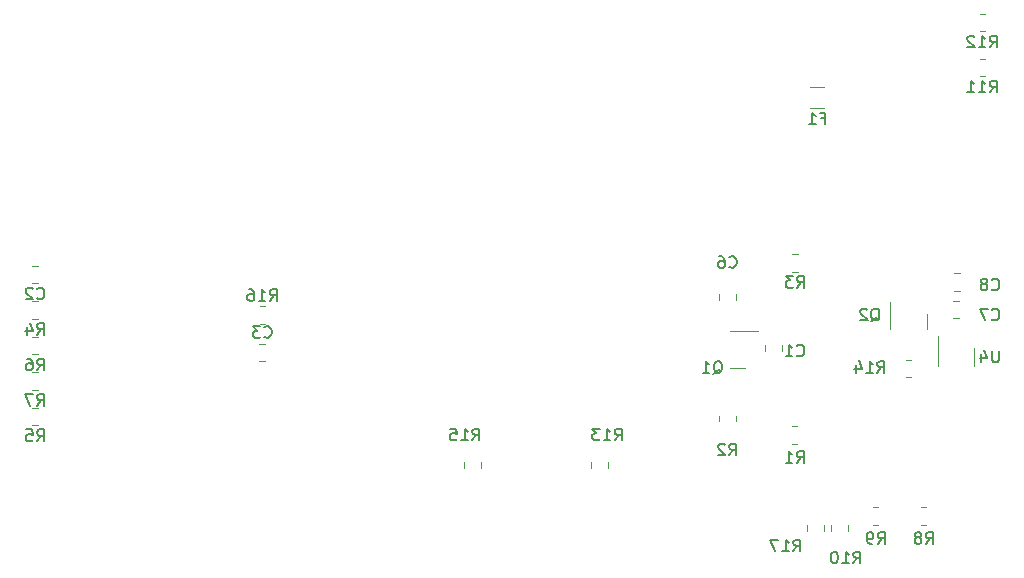
<source format=gbr>
G04 #@! TF.GenerationSoftware,KiCad,Pcbnew,6.0.7+dfsg-1~bpo11+1*
G04 #@! TF.ProjectId,wiscale-mod,77697363-616c-4652-9d6d-6f642e6b6963,rev?*
G04 #@! TF.SameCoordinates,Original*
G04 #@! TF.FileFunction,Legend,Bot*
G04 #@! TF.FilePolarity,Positive*
%FSLAX46Y46*%
G04 Gerber Fmt 4.6, Leading zero omitted, Abs format (unit mm)*
%MOMM*%
%LPD*%
G01*
G04 APERTURE LIST*
%ADD10C,0.150000*%
%ADD11C,0.120000*%
%ADD12R,2.000000X2.000000*%
%ADD13C,2.000000*%
%ADD14O,1.700000X1.950000*%
%ADD15R,2.400000X2.400000*%
%ADD16C,2.400000*%
%ADD17R,1.600000X1.600000*%
%ADD18C,1.600000*%
%ADD19C,7.000000*%
%ADD20C,0.800000*%
%ADD21C,1.500000*%
%ADD22O,1.950000X1.700000*%
%ADD23C,3.200000*%
%ADD24O,3.440000X6.880000*%
%ADD25O,1.600000X2.000000*%
G04 APERTURE END LIST*
D10*
X114916666Y-103189142D02*
X114964285Y-103236761D01*
X115107142Y-103284380D01*
X115202380Y-103284380D01*
X115345238Y-103236761D01*
X115440476Y-103141523D01*
X115488095Y-103046285D01*
X115535714Y-102855809D01*
X115535714Y-102712952D01*
X115488095Y-102522476D01*
X115440476Y-102427238D01*
X115345238Y-102332000D01*
X115202380Y-102284380D01*
X115107142Y-102284380D01*
X114964285Y-102332000D01*
X114916666Y-102379619D01*
X114535714Y-102379619D02*
X114488095Y-102332000D01*
X114392857Y-102284380D01*
X114154761Y-102284380D01*
X114059523Y-102332000D01*
X114011904Y-102379619D01*
X113964285Y-102474857D01*
X113964285Y-102570095D01*
X114011904Y-102712952D01*
X114583333Y-103284380D01*
X113964285Y-103284380D01*
X195587857Y-81947380D02*
X195921190Y-81471190D01*
X196159285Y-81947380D02*
X196159285Y-80947380D01*
X195778333Y-80947380D01*
X195683095Y-80995000D01*
X195635476Y-81042619D01*
X195587857Y-81137857D01*
X195587857Y-81280714D01*
X195635476Y-81375952D01*
X195683095Y-81423571D01*
X195778333Y-81471190D01*
X196159285Y-81471190D01*
X194635476Y-81947380D02*
X195206904Y-81947380D01*
X194921190Y-81947380D02*
X194921190Y-80947380D01*
X195016428Y-81090238D01*
X195111666Y-81185476D01*
X195206904Y-81233095D01*
X194254523Y-81042619D02*
X194206904Y-80995000D01*
X194111666Y-80947380D01*
X193873571Y-80947380D01*
X193778333Y-80995000D01*
X193730714Y-81042619D01*
X193683095Y-81137857D01*
X193683095Y-81233095D01*
X193730714Y-81375952D01*
X194302142Y-81947380D01*
X193683095Y-81947380D01*
X195746666Y-102427142D02*
X195794285Y-102474761D01*
X195937142Y-102522380D01*
X196032380Y-102522380D01*
X196175238Y-102474761D01*
X196270476Y-102379523D01*
X196318095Y-102284285D01*
X196365714Y-102093809D01*
X196365714Y-101950952D01*
X196318095Y-101760476D01*
X196270476Y-101665238D01*
X196175238Y-101570000D01*
X196032380Y-101522380D01*
X195937142Y-101522380D01*
X195794285Y-101570000D01*
X195746666Y-101617619D01*
X195175238Y-101950952D02*
X195270476Y-101903333D01*
X195318095Y-101855714D01*
X195365714Y-101760476D01*
X195365714Y-101712857D01*
X195318095Y-101617619D01*
X195270476Y-101570000D01*
X195175238Y-101522380D01*
X194984761Y-101522380D01*
X194889523Y-101570000D01*
X194841904Y-101617619D01*
X194794285Y-101712857D01*
X194794285Y-101760476D01*
X194841904Y-101855714D01*
X194889523Y-101903333D01*
X194984761Y-101950952D01*
X195175238Y-101950952D01*
X195270476Y-101998571D01*
X195318095Y-102046190D01*
X195365714Y-102141428D01*
X195365714Y-102331904D01*
X195318095Y-102427142D01*
X195270476Y-102474761D01*
X195175238Y-102522380D01*
X194984761Y-102522380D01*
X194889523Y-102474761D01*
X194841904Y-102427142D01*
X194794285Y-102331904D01*
X194794285Y-102141428D01*
X194841904Y-102046190D01*
X194889523Y-101998571D01*
X194984761Y-101950952D01*
X179236666Y-117127380D02*
X179570000Y-116651190D01*
X179808095Y-117127380D02*
X179808095Y-116127380D01*
X179427142Y-116127380D01*
X179331904Y-116175000D01*
X179284285Y-116222619D01*
X179236666Y-116317857D01*
X179236666Y-116460714D01*
X179284285Y-116555952D01*
X179331904Y-116603571D01*
X179427142Y-116651190D01*
X179808095Y-116651190D01*
X178284285Y-117127380D02*
X178855714Y-117127380D01*
X178570000Y-117127380D02*
X178570000Y-116127380D01*
X178665238Y-116270238D01*
X178760476Y-116365476D01*
X178855714Y-116413095D01*
X186094666Y-123985380D02*
X186428000Y-123509190D01*
X186666095Y-123985380D02*
X186666095Y-122985380D01*
X186285142Y-122985380D01*
X186189904Y-123033000D01*
X186142285Y-123080619D01*
X186094666Y-123175857D01*
X186094666Y-123318714D01*
X186142285Y-123413952D01*
X186189904Y-123461571D01*
X186285142Y-123509190D01*
X186666095Y-123509190D01*
X185618476Y-123985380D02*
X185428000Y-123985380D01*
X185332761Y-123937761D01*
X185285142Y-123890142D01*
X185189904Y-123747285D01*
X185142285Y-123556809D01*
X185142285Y-123175857D01*
X185189904Y-123080619D01*
X185237523Y-123033000D01*
X185332761Y-122985380D01*
X185523238Y-122985380D01*
X185618476Y-123033000D01*
X185666095Y-123080619D01*
X185713714Y-123175857D01*
X185713714Y-123413952D01*
X185666095Y-123509190D01*
X185618476Y-123556809D01*
X185523238Y-123604428D01*
X185332761Y-123604428D01*
X185237523Y-123556809D01*
X185189904Y-123509190D01*
X185142285Y-123413952D01*
X173521666Y-116492380D02*
X173855000Y-116016190D01*
X174093095Y-116492380D02*
X174093095Y-115492380D01*
X173712142Y-115492380D01*
X173616904Y-115540000D01*
X173569285Y-115587619D01*
X173521666Y-115682857D01*
X173521666Y-115825714D01*
X173569285Y-115920952D01*
X173616904Y-115968571D01*
X173712142Y-116016190D01*
X174093095Y-116016190D01*
X173140714Y-115587619D02*
X173093095Y-115540000D01*
X172997857Y-115492380D01*
X172759761Y-115492380D01*
X172664523Y-115540000D01*
X172616904Y-115587619D01*
X172569285Y-115682857D01*
X172569285Y-115778095D01*
X172616904Y-115920952D01*
X173188333Y-116492380D01*
X172569285Y-116492380D01*
X179266666Y-102302380D02*
X179600000Y-101826190D01*
X179838095Y-102302380D02*
X179838095Y-101302380D01*
X179457142Y-101302380D01*
X179361904Y-101350000D01*
X179314285Y-101397619D01*
X179266666Y-101492857D01*
X179266666Y-101635714D01*
X179314285Y-101730952D01*
X179361904Y-101778571D01*
X179457142Y-101826190D01*
X179838095Y-101826190D01*
X178933333Y-101302380D02*
X178314285Y-101302380D01*
X178647619Y-101683333D01*
X178504761Y-101683333D01*
X178409523Y-101730952D01*
X178361904Y-101778571D01*
X178314285Y-101873809D01*
X178314285Y-102111904D01*
X178361904Y-102207142D01*
X178409523Y-102254761D01*
X178504761Y-102302380D01*
X178790476Y-102302380D01*
X178885714Y-102254761D01*
X178933333Y-102207142D01*
X196341904Y-107618380D02*
X196341904Y-108427904D01*
X196294285Y-108523142D01*
X196246666Y-108570761D01*
X196151428Y-108618380D01*
X195960952Y-108618380D01*
X195865714Y-108570761D01*
X195818095Y-108523142D01*
X195770476Y-108427904D01*
X195770476Y-107618380D01*
X194865714Y-107951714D02*
X194865714Y-108618380D01*
X195103809Y-107570761D02*
X195341904Y-108285047D01*
X194722857Y-108285047D01*
X134627857Y-103412380D02*
X134961190Y-102936190D01*
X135199285Y-103412380D02*
X135199285Y-102412380D01*
X134818333Y-102412380D01*
X134723095Y-102460000D01*
X134675476Y-102507619D01*
X134627857Y-102602857D01*
X134627857Y-102745714D01*
X134675476Y-102840952D01*
X134723095Y-102888571D01*
X134818333Y-102936190D01*
X135199285Y-102936190D01*
X133675476Y-103412380D02*
X134246904Y-103412380D01*
X133961190Y-103412380D02*
X133961190Y-102412380D01*
X134056428Y-102555238D01*
X134151666Y-102650476D01*
X134246904Y-102698095D01*
X132818333Y-102412380D02*
X133008809Y-102412380D01*
X133104047Y-102460000D01*
X133151666Y-102507619D01*
X133246904Y-102650476D01*
X133294523Y-102840952D01*
X133294523Y-103221904D01*
X133246904Y-103317142D01*
X133199285Y-103364761D01*
X133104047Y-103412380D01*
X132913571Y-103412380D01*
X132818333Y-103364761D01*
X132770714Y-103317142D01*
X132723095Y-103221904D01*
X132723095Y-102983809D01*
X132770714Y-102888571D01*
X132818333Y-102840952D01*
X132913571Y-102793333D01*
X133104047Y-102793333D01*
X133199285Y-102840952D01*
X133246904Y-102888571D01*
X133294523Y-102983809D01*
X179236666Y-108022394D02*
X179284285Y-108070013D01*
X179427142Y-108117632D01*
X179522380Y-108117632D01*
X179665238Y-108070013D01*
X179760476Y-107974775D01*
X179808095Y-107879537D01*
X179855714Y-107689061D01*
X179855714Y-107546204D01*
X179808095Y-107355728D01*
X179760476Y-107260490D01*
X179665238Y-107165252D01*
X179522380Y-107117632D01*
X179427142Y-107117632D01*
X179284285Y-107165252D01*
X179236666Y-107212871D01*
X178284285Y-108117632D02*
X178855714Y-108117632D01*
X178570000Y-108117632D02*
X178570000Y-107117632D01*
X178665238Y-107260490D01*
X178760476Y-107355728D01*
X178855714Y-107403347D01*
X134151666Y-106462142D02*
X134199285Y-106509761D01*
X134342142Y-106557380D01*
X134437380Y-106557380D01*
X134580238Y-106509761D01*
X134675476Y-106414523D01*
X134723095Y-106319285D01*
X134770714Y-106128809D01*
X134770714Y-105985952D01*
X134723095Y-105795476D01*
X134675476Y-105700238D01*
X134580238Y-105605000D01*
X134437380Y-105557380D01*
X134342142Y-105557380D01*
X134199285Y-105605000D01*
X134151666Y-105652619D01*
X133818333Y-105557380D02*
X133199285Y-105557380D01*
X133532619Y-105938333D01*
X133389761Y-105938333D01*
X133294523Y-105985952D01*
X133246904Y-106033571D01*
X133199285Y-106128809D01*
X133199285Y-106366904D01*
X133246904Y-106462142D01*
X133294523Y-106509761D01*
X133389761Y-106557380D01*
X133675476Y-106557380D01*
X133770714Y-106509761D01*
X133818333Y-106462142D01*
X184030857Y-125636380D02*
X184364190Y-125160190D01*
X184602285Y-125636380D02*
X184602285Y-124636380D01*
X184221333Y-124636380D01*
X184126095Y-124684000D01*
X184078476Y-124731619D01*
X184030857Y-124826857D01*
X184030857Y-124969714D01*
X184078476Y-125064952D01*
X184126095Y-125112571D01*
X184221333Y-125160190D01*
X184602285Y-125160190D01*
X183078476Y-125636380D02*
X183649904Y-125636380D01*
X183364190Y-125636380D02*
X183364190Y-124636380D01*
X183459428Y-124779238D01*
X183554666Y-124874476D01*
X183649904Y-124922095D01*
X182459428Y-124636380D02*
X182364190Y-124636380D01*
X182268952Y-124684000D01*
X182221333Y-124731619D01*
X182173714Y-124826857D01*
X182126095Y-125017333D01*
X182126095Y-125255428D01*
X182173714Y-125445904D01*
X182221333Y-125541142D01*
X182268952Y-125588761D01*
X182364190Y-125636380D01*
X182459428Y-125636380D01*
X182554666Y-125588761D01*
X182602285Y-125541142D01*
X182649904Y-125445904D01*
X182697523Y-125255428D01*
X182697523Y-125017333D01*
X182649904Y-124826857D01*
X182602285Y-124731619D01*
X182554666Y-124684000D01*
X182459428Y-124636380D01*
X190158666Y-123985380D02*
X190492000Y-123509190D01*
X190730095Y-123985380D02*
X190730095Y-122985380D01*
X190349142Y-122985380D01*
X190253904Y-123033000D01*
X190206285Y-123080619D01*
X190158666Y-123175857D01*
X190158666Y-123318714D01*
X190206285Y-123413952D01*
X190253904Y-123461571D01*
X190349142Y-123509190D01*
X190730095Y-123509190D01*
X189587238Y-123413952D02*
X189682476Y-123366333D01*
X189730095Y-123318714D01*
X189777714Y-123223476D01*
X189777714Y-123175857D01*
X189730095Y-123080619D01*
X189682476Y-123033000D01*
X189587238Y-122985380D01*
X189396761Y-122985380D01*
X189301523Y-123033000D01*
X189253904Y-123080619D01*
X189206285Y-123175857D01*
X189206285Y-123223476D01*
X189253904Y-123318714D01*
X189301523Y-123366333D01*
X189396761Y-123413952D01*
X189587238Y-123413952D01*
X189682476Y-123461571D01*
X189730095Y-123509190D01*
X189777714Y-123604428D01*
X189777714Y-123794904D01*
X189730095Y-123890142D01*
X189682476Y-123937761D01*
X189587238Y-123985380D01*
X189396761Y-123985380D01*
X189301523Y-123937761D01*
X189253904Y-123890142D01*
X189206285Y-123794904D01*
X189206285Y-123604428D01*
X189253904Y-123509190D01*
X189301523Y-123461571D01*
X189396761Y-123413952D01*
X185515238Y-105157619D02*
X185610476Y-105110000D01*
X185705714Y-105014761D01*
X185848571Y-104871904D01*
X185943809Y-104824285D01*
X186039047Y-104824285D01*
X185991428Y-105062380D02*
X186086666Y-105014761D01*
X186181904Y-104919523D01*
X186229523Y-104729047D01*
X186229523Y-104395714D01*
X186181904Y-104205238D01*
X186086666Y-104110000D01*
X185991428Y-104062380D01*
X185800952Y-104062380D01*
X185705714Y-104110000D01*
X185610476Y-104205238D01*
X185562857Y-104395714D01*
X185562857Y-104729047D01*
X185610476Y-104919523D01*
X185705714Y-105014761D01*
X185800952Y-105062380D01*
X185991428Y-105062380D01*
X185181904Y-104157619D02*
X185134285Y-104110000D01*
X185039047Y-104062380D01*
X184800952Y-104062380D01*
X184705714Y-104110000D01*
X184658095Y-104157619D01*
X184610476Y-104252857D01*
X184610476Y-104348095D01*
X184658095Y-104490952D01*
X185229523Y-105062380D01*
X184610476Y-105062380D01*
X172180238Y-109602619D02*
X172275476Y-109555000D01*
X172370714Y-109459761D01*
X172513571Y-109316904D01*
X172608809Y-109269285D01*
X172704047Y-109269285D01*
X172656428Y-109507380D02*
X172751666Y-109459761D01*
X172846904Y-109364523D01*
X172894523Y-109174047D01*
X172894523Y-108840714D01*
X172846904Y-108650238D01*
X172751666Y-108555000D01*
X172656428Y-108507380D01*
X172465952Y-108507380D01*
X172370714Y-108555000D01*
X172275476Y-108650238D01*
X172227857Y-108840714D01*
X172227857Y-109174047D01*
X172275476Y-109364523D01*
X172370714Y-109459761D01*
X172465952Y-109507380D01*
X172656428Y-109507380D01*
X171275476Y-109507380D02*
X171846904Y-109507380D01*
X171561190Y-109507380D02*
X171561190Y-108507380D01*
X171656428Y-108650238D01*
X171751666Y-108745476D01*
X171846904Y-108793095D01*
X173521666Y-100522142D02*
X173569285Y-100569761D01*
X173712142Y-100617380D01*
X173807380Y-100617380D01*
X173950238Y-100569761D01*
X174045476Y-100474523D01*
X174093095Y-100379285D01*
X174140714Y-100188809D01*
X174140714Y-100045952D01*
X174093095Y-99855476D01*
X174045476Y-99760238D01*
X173950238Y-99665000D01*
X173807380Y-99617380D01*
X173712142Y-99617380D01*
X173569285Y-99665000D01*
X173521666Y-99712619D01*
X172664523Y-99617380D02*
X172855000Y-99617380D01*
X172950238Y-99665000D01*
X172997857Y-99712619D01*
X173093095Y-99855476D01*
X173140714Y-100045952D01*
X173140714Y-100426904D01*
X173093095Y-100522142D01*
X173045476Y-100569761D01*
X172950238Y-100617380D01*
X172759761Y-100617380D01*
X172664523Y-100569761D01*
X172616904Y-100522142D01*
X172569285Y-100426904D01*
X172569285Y-100188809D01*
X172616904Y-100093571D01*
X172664523Y-100045952D01*
X172759761Y-99998333D01*
X172950238Y-99998333D01*
X173045476Y-100045952D01*
X173093095Y-100093571D01*
X173140714Y-100188809D01*
X163837857Y-115222380D02*
X164171190Y-114746190D01*
X164409285Y-115222380D02*
X164409285Y-114222380D01*
X164028333Y-114222380D01*
X163933095Y-114270000D01*
X163885476Y-114317619D01*
X163837857Y-114412857D01*
X163837857Y-114555714D01*
X163885476Y-114650952D01*
X163933095Y-114698571D01*
X164028333Y-114746190D01*
X164409285Y-114746190D01*
X162885476Y-115222380D02*
X163456904Y-115222380D01*
X163171190Y-115222380D02*
X163171190Y-114222380D01*
X163266428Y-114365238D01*
X163361666Y-114460476D01*
X163456904Y-114508095D01*
X162552142Y-114222380D02*
X161933095Y-114222380D01*
X162266428Y-114603333D01*
X162123571Y-114603333D01*
X162028333Y-114650952D01*
X161980714Y-114698571D01*
X161933095Y-114793809D01*
X161933095Y-115031904D01*
X161980714Y-115127142D01*
X162028333Y-115174761D01*
X162123571Y-115222380D01*
X162409285Y-115222380D01*
X162504523Y-115174761D01*
X162552142Y-115127142D01*
X114916666Y-112302380D02*
X115250000Y-111826190D01*
X115488095Y-112302380D02*
X115488095Y-111302380D01*
X115107142Y-111302380D01*
X115011904Y-111350000D01*
X114964285Y-111397619D01*
X114916666Y-111492857D01*
X114916666Y-111635714D01*
X114964285Y-111730952D01*
X115011904Y-111778571D01*
X115107142Y-111826190D01*
X115488095Y-111826190D01*
X114583333Y-111302380D02*
X113916666Y-111302380D01*
X114345238Y-112302380D01*
X195746666Y-104967142D02*
X195794285Y-105014761D01*
X195937142Y-105062380D01*
X196032380Y-105062380D01*
X196175238Y-105014761D01*
X196270476Y-104919523D01*
X196318095Y-104824285D01*
X196365714Y-104633809D01*
X196365714Y-104490952D01*
X196318095Y-104300476D01*
X196270476Y-104205238D01*
X196175238Y-104110000D01*
X196032380Y-104062380D01*
X195937142Y-104062380D01*
X195794285Y-104110000D01*
X195746666Y-104157619D01*
X195413333Y-104062380D02*
X194746666Y-104062380D01*
X195175238Y-105062380D01*
X114916666Y-106302380D02*
X115250000Y-105826190D01*
X115488095Y-106302380D02*
X115488095Y-105302380D01*
X115107142Y-105302380D01*
X115011904Y-105350000D01*
X114964285Y-105397619D01*
X114916666Y-105492857D01*
X114916666Y-105635714D01*
X114964285Y-105730952D01*
X115011904Y-105778571D01*
X115107142Y-105826190D01*
X115488095Y-105826190D01*
X114059523Y-105635714D02*
X114059523Y-106302380D01*
X114297619Y-105254761D02*
X114535714Y-105969047D01*
X113916666Y-105969047D01*
X178950857Y-124620380D02*
X179284190Y-124144190D01*
X179522285Y-124620380D02*
X179522285Y-123620380D01*
X179141333Y-123620380D01*
X179046095Y-123668000D01*
X178998476Y-123715619D01*
X178950857Y-123810857D01*
X178950857Y-123953714D01*
X178998476Y-124048952D01*
X179046095Y-124096571D01*
X179141333Y-124144190D01*
X179522285Y-124144190D01*
X177998476Y-124620380D02*
X178569904Y-124620380D01*
X178284190Y-124620380D02*
X178284190Y-123620380D01*
X178379428Y-123763238D01*
X178474666Y-123858476D01*
X178569904Y-123906095D01*
X177665142Y-123620380D02*
X176998476Y-123620380D01*
X177427047Y-124620380D01*
X181308333Y-87943571D02*
X181641666Y-87943571D01*
X181641666Y-88467380D02*
X181641666Y-87467380D01*
X181165476Y-87467380D01*
X180260714Y-88467380D02*
X180832142Y-88467380D01*
X180546428Y-88467380D02*
X180546428Y-87467380D01*
X180641666Y-87610238D01*
X180736904Y-87705476D01*
X180832142Y-87753095D01*
X114916666Y-109302380D02*
X115250000Y-108826190D01*
X115488095Y-109302380D02*
X115488095Y-108302380D01*
X115107142Y-108302380D01*
X115011904Y-108350000D01*
X114964285Y-108397619D01*
X114916666Y-108492857D01*
X114916666Y-108635714D01*
X114964285Y-108730952D01*
X115011904Y-108778571D01*
X115107142Y-108826190D01*
X115488095Y-108826190D01*
X114059523Y-108302380D02*
X114250000Y-108302380D01*
X114345238Y-108350000D01*
X114392857Y-108397619D01*
X114488095Y-108540476D01*
X114535714Y-108730952D01*
X114535714Y-109111904D01*
X114488095Y-109207142D01*
X114440476Y-109254761D01*
X114345238Y-109302380D01*
X114154761Y-109302380D01*
X114059523Y-109254761D01*
X114011904Y-109207142D01*
X113964285Y-109111904D01*
X113964285Y-108873809D01*
X114011904Y-108778571D01*
X114059523Y-108730952D01*
X114154761Y-108683333D01*
X114345238Y-108683333D01*
X114440476Y-108730952D01*
X114488095Y-108778571D01*
X114535714Y-108873809D01*
X151772857Y-115222380D02*
X152106190Y-114746190D01*
X152344285Y-115222380D02*
X152344285Y-114222380D01*
X151963333Y-114222380D01*
X151868095Y-114270000D01*
X151820476Y-114317619D01*
X151772857Y-114412857D01*
X151772857Y-114555714D01*
X151820476Y-114650952D01*
X151868095Y-114698571D01*
X151963333Y-114746190D01*
X152344285Y-114746190D01*
X150820476Y-115222380D02*
X151391904Y-115222380D01*
X151106190Y-115222380D02*
X151106190Y-114222380D01*
X151201428Y-114365238D01*
X151296666Y-114460476D01*
X151391904Y-114508095D01*
X149915714Y-114222380D02*
X150391904Y-114222380D01*
X150439523Y-114698571D01*
X150391904Y-114650952D01*
X150296666Y-114603333D01*
X150058571Y-114603333D01*
X149963333Y-114650952D01*
X149915714Y-114698571D01*
X149868095Y-114793809D01*
X149868095Y-115031904D01*
X149915714Y-115127142D01*
X149963333Y-115174761D01*
X150058571Y-115222380D01*
X150296666Y-115222380D01*
X150391904Y-115174761D01*
X150439523Y-115127142D01*
X114916666Y-115302380D02*
X115250000Y-114826190D01*
X115488095Y-115302380D02*
X115488095Y-114302380D01*
X115107142Y-114302380D01*
X115011904Y-114350000D01*
X114964285Y-114397619D01*
X114916666Y-114492857D01*
X114916666Y-114635714D01*
X114964285Y-114730952D01*
X115011904Y-114778571D01*
X115107142Y-114826190D01*
X115488095Y-114826190D01*
X114011904Y-114302380D02*
X114488095Y-114302380D01*
X114535714Y-114778571D01*
X114488095Y-114730952D01*
X114392857Y-114683333D01*
X114154761Y-114683333D01*
X114059523Y-114730952D01*
X114011904Y-114778571D01*
X113964285Y-114873809D01*
X113964285Y-115111904D01*
X114011904Y-115207142D01*
X114059523Y-115254761D01*
X114154761Y-115302380D01*
X114392857Y-115302380D01*
X114488095Y-115254761D01*
X114535714Y-115207142D01*
X186062857Y-109507380D02*
X186396190Y-109031190D01*
X186634285Y-109507380D02*
X186634285Y-108507380D01*
X186253333Y-108507380D01*
X186158095Y-108555000D01*
X186110476Y-108602619D01*
X186062857Y-108697857D01*
X186062857Y-108840714D01*
X186110476Y-108935952D01*
X186158095Y-108983571D01*
X186253333Y-109031190D01*
X186634285Y-109031190D01*
X185110476Y-109507380D02*
X185681904Y-109507380D01*
X185396190Y-109507380D02*
X185396190Y-108507380D01*
X185491428Y-108650238D01*
X185586666Y-108745476D01*
X185681904Y-108793095D01*
X184253333Y-108840714D02*
X184253333Y-109507380D01*
X184491428Y-108459761D02*
X184729523Y-109174047D01*
X184110476Y-109174047D01*
X195587857Y-85757380D02*
X195921190Y-85281190D01*
X196159285Y-85757380D02*
X196159285Y-84757380D01*
X195778333Y-84757380D01*
X195683095Y-84805000D01*
X195635476Y-84852619D01*
X195587857Y-84947857D01*
X195587857Y-85090714D01*
X195635476Y-85185952D01*
X195683095Y-85233571D01*
X195778333Y-85281190D01*
X196159285Y-85281190D01*
X194635476Y-85757380D02*
X195206904Y-85757380D01*
X194921190Y-85757380D02*
X194921190Y-84757380D01*
X195016428Y-84900238D01*
X195111666Y-84995476D01*
X195206904Y-85043095D01*
X193683095Y-85757380D02*
X194254523Y-85757380D01*
X193968809Y-85757380D02*
X193968809Y-84757380D01*
X194064047Y-84900238D01*
X194159285Y-84995476D01*
X194254523Y-85043095D01*
D11*
X114488748Y-100465000D02*
X115011252Y-100465000D01*
X114488748Y-101935000D02*
X115011252Y-101935000D01*
X194717936Y-79110000D02*
X195172064Y-79110000D01*
X194717936Y-80580000D02*
X195172064Y-80580000D01*
X193047252Y-101081000D02*
X192524748Y-101081000D01*
X193047252Y-102551000D02*
X192524748Y-102551000D01*
X179297064Y-114035000D02*
X178842936Y-114035000D01*
X179297064Y-115505000D02*
X178842936Y-115505000D01*
X185700936Y-120893000D02*
X186155064Y-120893000D01*
X185700936Y-122363000D02*
X186155064Y-122363000D01*
X172620000Y-113145936D02*
X172620000Y-113600064D01*
X174090000Y-113145936D02*
X174090000Y-113600064D01*
X178872936Y-99465000D02*
X179327064Y-99465000D01*
X178872936Y-100935000D02*
X179327064Y-100935000D01*
X194282000Y-108166000D02*
X194282000Y-107366000D01*
X194282000Y-108166000D02*
X194282000Y-108966000D01*
X191162000Y-108166000D02*
X191162000Y-106366000D01*
X191162000Y-108166000D02*
X191162000Y-108966000D01*
X134212064Y-103875000D02*
X133757936Y-103875000D01*
X134212064Y-105345000D02*
X133757936Y-105345000D01*
X176557000Y-107142748D02*
X176557000Y-107665252D01*
X178027000Y-107142748D02*
X178027000Y-107665252D01*
X134246252Y-108520000D02*
X133723748Y-108520000D01*
X134246252Y-107050000D02*
X133723748Y-107050000D01*
X182145000Y-122871064D02*
X182145000Y-122416936D01*
X183615000Y-122871064D02*
X183615000Y-122416936D01*
X189764936Y-122363000D02*
X190219064Y-122363000D01*
X189764936Y-120893000D02*
X190219064Y-120893000D01*
X187162000Y-105166000D02*
X187162000Y-103491000D01*
X190282000Y-105166000D02*
X190282000Y-104516000D01*
X190282000Y-105166000D02*
X190282000Y-105816000D01*
X187162000Y-105166000D02*
X187162000Y-105816000D01*
X174244000Y-105971000D02*
X173594000Y-105971000D01*
X174244000Y-109091000D02*
X173594000Y-109091000D01*
X174244000Y-105971000D02*
X175919000Y-105971000D01*
X174244000Y-109091000D02*
X174894000Y-109091000D01*
X174090000Y-102846248D02*
X174090000Y-103368752D01*
X172620000Y-102846248D02*
X172620000Y-103368752D01*
X161825000Y-117537064D02*
X161825000Y-117082936D01*
X163295000Y-117537064D02*
X163295000Y-117082936D01*
X114522936Y-110935000D02*
X114977064Y-110935000D01*
X114522936Y-109465000D02*
X114977064Y-109465000D01*
X192983252Y-104901000D02*
X192460748Y-104901000D01*
X192983252Y-103431000D02*
X192460748Y-103431000D01*
X114522936Y-103465000D02*
X114977064Y-103465000D01*
X114522936Y-104935000D02*
X114977064Y-104935000D01*
X180113000Y-122871064D02*
X180113000Y-122416936D01*
X181583000Y-122871064D02*
X181583000Y-122416936D01*
X180372936Y-85285000D02*
X181577064Y-85285000D01*
X180372936Y-87105000D02*
X181577064Y-87105000D01*
X114522936Y-107935000D02*
X114977064Y-107935000D01*
X114522936Y-106465000D02*
X114977064Y-106465000D01*
X152500000Y-117537064D02*
X152500000Y-117082936D01*
X151030000Y-117537064D02*
X151030000Y-117082936D01*
X114522936Y-112465000D02*
X114977064Y-112465000D01*
X114522936Y-113935000D02*
X114977064Y-113935000D01*
X188949064Y-108431000D02*
X188494936Y-108431000D01*
X188949064Y-109901000D02*
X188494936Y-109901000D01*
X194717936Y-84390000D02*
X195172064Y-84390000D01*
X194717936Y-82920000D02*
X195172064Y-82920000D01*
%LPC*%
D12*
X119265000Y-99850000D03*
D13*
X119265000Y-102390000D03*
X119265000Y-104930000D03*
X119265000Y-107470000D03*
X119265000Y-110010000D03*
X119265000Y-112550000D03*
D12*
X144665000Y-102390000D03*
X139585000Y-102390000D03*
D13*
X144665000Y-104930000D03*
X139585000Y-104930000D03*
X144665000Y-107470000D03*
X139585000Y-107470000D03*
X139585000Y-110010000D03*
X144665000Y-110010000D03*
G36*
G01*
X142250000Y-119075000D02*
X142250000Y-117625000D01*
G75*
G02*
X142500000Y-117375000I250000J0D01*
G01*
X143700000Y-117375000D01*
G75*
G02*
X143950000Y-117625000I0J-250000D01*
G01*
X143950000Y-119075000D01*
G75*
G02*
X143700000Y-119325000I-250000J0D01*
G01*
X142500000Y-119325000D01*
G75*
G02*
X142250000Y-119075000I0J250000D01*
G01*
G37*
D14*
X145600000Y-118350000D03*
X148100000Y-118350000D03*
D15*
X162909300Y-86155000D03*
D16*
X162909300Y-81155000D03*
D17*
X198584000Y-84157500D03*
D18*
X198584000Y-81657500D03*
X198584000Y-79157500D03*
D12*
X134600000Y-97200000D03*
X128250000Y-102280000D03*
X128250000Y-104820000D03*
X124100000Y-97200000D03*
X128250000Y-107360000D03*
X134600000Y-115200000D03*
X124100000Y-115200000D03*
D19*
X196600000Y-91200000D03*
D20*
X199225000Y-91200000D03*
X198456155Y-93056155D03*
X196600000Y-88575000D03*
X196600000Y-93825000D03*
X194743845Y-89343845D03*
X198456155Y-89343845D03*
X193975000Y-91200000D03*
X194743845Y-93056155D03*
D21*
X156600000Y-115600000D03*
X156600000Y-121600000D03*
D13*
X154000000Y-119100000D03*
X159200000Y-119100000D03*
X159200000Y-122500000D03*
X154000000Y-122500000D03*
X154000000Y-115600000D03*
X159200000Y-115600000D03*
D15*
X131794300Y-86200000D03*
D16*
X131794300Y-81200000D03*
D20*
X199225000Y-121200000D03*
D19*
X196600000Y-121200000D03*
D20*
X196600000Y-123825000D03*
X194743845Y-119343845D03*
X193975000Y-121200000D03*
X198456155Y-123056155D03*
X198456155Y-119343845D03*
X196600000Y-118575000D03*
X194743845Y-123056155D03*
G36*
G01*
X108875000Y-102600000D02*
X110325000Y-102600000D01*
G75*
G02*
X110575000Y-102850000I0J-250000D01*
G01*
X110575000Y-104050000D01*
G75*
G02*
X110325000Y-104300000I-250000J0D01*
G01*
X108875000Y-104300000D01*
G75*
G02*
X108625000Y-104050000I0J250000D01*
G01*
X108625000Y-102850000D01*
G75*
G02*
X108875000Y-102600000I250000J0D01*
G01*
G37*
D22*
X109600000Y-105950000D03*
X109600000Y-108450000D03*
X109600000Y-110950000D03*
D12*
X181550000Y-114450000D03*
X176550000Y-111050000D03*
X176550000Y-103850000D03*
X181550000Y-100450000D03*
X199550000Y-114450000D03*
X199550000Y-100450000D03*
X176550000Y-114450000D03*
X176550000Y-100450000D03*
D20*
X104743845Y-119343845D03*
X103975000Y-121200000D03*
D19*
X106600000Y-121200000D03*
D20*
X108456155Y-123056155D03*
X109225000Y-121200000D03*
X106600000Y-123825000D03*
X108456155Y-119343845D03*
X104743845Y-123056155D03*
X106600000Y-118575000D03*
D23*
X179040000Y-81200000D03*
X123430000Y-81200000D03*
D24*
X188050000Y-81200000D03*
X115150000Y-81200000D03*
D19*
X106600000Y-91200000D03*
D20*
X103975000Y-91200000D03*
X106600000Y-88575000D03*
X108456155Y-93056155D03*
X109225000Y-91200000D03*
X104743845Y-89343845D03*
X106600000Y-93825000D03*
X108456155Y-89343845D03*
X104743845Y-93056155D03*
D12*
X172520000Y-119060000D03*
D25*
X175060000Y-119060000D03*
X177600000Y-119060000D03*
X180140000Y-119060000D03*
X182680000Y-119060000D03*
X185220000Y-119060000D03*
X187760000Y-119060000D03*
X190300000Y-119060000D03*
X190300000Y-96200000D03*
X187760000Y-96200000D03*
X185220000Y-96200000D03*
X182680000Y-96200000D03*
X180140000Y-96200000D03*
X177600000Y-96200000D03*
X175060000Y-96200000D03*
X172520000Y-96200000D03*
G36*
G01*
X113125000Y-101675000D02*
X113125000Y-100725000D01*
G75*
G02*
X113375000Y-100475000I250000J0D01*
G01*
X114050000Y-100475000D01*
G75*
G02*
X114300000Y-100725000I0J-250000D01*
G01*
X114300000Y-101675000D01*
G75*
G02*
X114050000Y-101925000I-250000J0D01*
G01*
X113375000Y-101925000D01*
G75*
G02*
X113125000Y-101675000I0J250000D01*
G01*
G37*
G36*
G01*
X115200000Y-101675000D02*
X115200000Y-100725000D01*
G75*
G02*
X115450000Y-100475000I250000J0D01*
G01*
X116125000Y-100475000D01*
G75*
G02*
X116375000Y-100725000I0J-250000D01*
G01*
X116375000Y-101675000D01*
G75*
G02*
X116125000Y-101925000I-250000J0D01*
G01*
X115450000Y-101925000D01*
G75*
G02*
X115200000Y-101675000I0J250000D01*
G01*
G37*
G36*
G01*
X193345000Y-80295000D02*
X193345000Y-79395000D01*
G75*
G02*
X193595000Y-79145000I250000J0D01*
G01*
X194295000Y-79145000D01*
G75*
G02*
X194545000Y-79395000I0J-250000D01*
G01*
X194545000Y-80295000D01*
G75*
G02*
X194295000Y-80545000I-250000J0D01*
G01*
X193595000Y-80545000D01*
G75*
G02*
X193345000Y-80295000I0J250000D01*
G01*
G37*
G36*
G01*
X195345000Y-80295000D02*
X195345000Y-79395000D01*
G75*
G02*
X195595000Y-79145000I250000J0D01*
G01*
X196295000Y-79145000D01*
G75*
G02*
X196545000Y-79395000I0J-250000D01*
G01*
X196545000Y-80295000D01*
G75*
G02*
X196295000Y-80545000I-250000J0D01*
G01*
X195595000Y-80545000D01*
G75*
G02*
X195345000Y-80295000I0J250000D01*
G01*
G37*
G36*
G01*
X194411000Y-101341000D02*
X194411000Y-102291000D01*
G75*
G02*
X194161000Y-102541000I-250000J0D01*
G01*
X193486000Y-102541000D01*
G75*
G02*
X193236000Y-102291000I0J250000D01*
G01*
X193236000Y-101341000D01*
G75*
G02*
X193486000Y-101091000I250000J0D01*
G01*
X194161000Y-101091000D01*
G75*
G02*
X194411000Y-101341000I0J-250000D01*
G01*
G37*
G36*
G01*
X192336000Y-101341000D02*
X192336000Y-102291000D01*
G75*
G02*
X192086000Y-102541000I-250000J0D01*
G01*
X191411000Y-102541000D01*
G75*
G02*
X191161000Y-102291000I0J250000D01*
G01*
X191161000Y-101341000D01*
G75*
G02*
X191411000Y-101091000I250000J0D01*
G01*
X192086000Y-101091000D01*
G75*
G02*
X192336000Y-101341000I0J-250000D01*
G01*
G37*
G36*
G01*
X180670000Y-114320000D02*
X180670000Y-115220000D01*
G75*
G02*
X180420000Y-115470000I-250000J0D01*
G01*
X179720000Y-115470000D01*
G75*
G02*
X179470000Y-115220000I0J250000D01*
G01*
X179470000Y-114320000D01*
G75*
G02*
X179720000Y-114070000I250000J0D01*
G01*
X180420000Y-114070000D01*
G75*
G02*
X180670000Y-114320000I0J-250000D01*
G01*
G37*
G36*
G01*
X178670000Y-114320000D02*
X178670000Y-115220000D01*
G75*
G02*
X178420000Y-115470000I-250000J0D01*
G01*
X177720000Y-115470000D01*
G75*
G02*
X177470000Y-115220000I0J250000D01*
G01*
X177470000Y-114320000D01*
G75*
G02*
X177720000Y-114070000I250000J0D01*
G01*
X178420000Y-114070000D01*
G75*
G02*
X178670000Y-114320000I0J-250000D01*
G01*
G37*
G36*
G01*
X184328000Y-122078000D02*
X184328000Y-121178000D01*
G75*
G02*
X184578000Y-120928000I250000J0D01*
G01*
X185278000Y-120928000D01*
G75*
G02*
X185528000Y-121178000I0J-250000D01*
G01*
X185528000Y-122078000D01*
G75*
G02*
X185278000Y-122328000I-250000J0D01*
G01*
X184578000Y-122328000D01*
G75*
G02*
X184328000Y-122078000I0J250000D01*
G01*
G37*
G36*
G01*
X186328000Y-122078000D02*
X186328000Y-121178000D01*
G75*
G02*
X186578000Y-120928000I250000J0D01*
G01*
X187278000Y-120928000D01*
G75*
G02*
X187528000Y-121178000I0J-250000D01*
G01*
X187528000Y-122078000D01*
G75*
G02*
X187278000Y-122328000I-250000J0D01*
G01*
X186578000Y-122328000D01*
G75*
G02*
X186328000Y-122078000I0J250000D01*
G01*
G37*
G36*
G01*
X172905000Y-111773000D02*
X173805000Y-111773000D01*
G75*
G02*
X174055000Y-112023000I0J-250000D01*
G01*
X174055000Y-112723000D01*
G75*
G02*
X173805000Y-112973000I-250000J0D01*
G01*
X172905000Y-112973000D01*
G75*
G02*
X172655000Y-112723000I0J250000D01*
G01*
X172655000Y-112023000D01*
G75*
G02*
X172905000Y-111773000I250000J0D01*
G01*
G37*
G36*
G01*
X172905000Y-113773000D02*
X173805000Y-113773000D01*
G75*
G02*
X174055000Y-114023000I0J-250000D01*
G01*
X174055000Y-114723000D01*
G75*
G02*
X173805000Y-114973000I-250000J0D01*
G01*
X172905000Y-114973000D01*
G75*
G02*
X172655000Y-114723000I0J250000D01*
G01*
X172655000Y-114023000D01*
G75*
G02*
X172905000Y-113773000I250000J0D01*
G01*
G37*
G36*
G01*
X177500000Y-100650000D02*
X177500000Y-99750000D01*
G75*
G02*
X177750000Y-99500000I250000J0D01*
G01*
X178450000Y-99500000D01*
G75*
G02*
X178700000Y-99750000I0J-250000D01*
G01*
X178700000Y-100650000D01*
G75*
G02*
X178450000Y-100900000I-250000J0D01*
G01*
X177750000Y-100900000D01*
G75*
G02*
X177500000Y-100650000I0J250000D01*
G01*
G37*
G36*
G01*
X179500000Y-100650000D02*
X179500000Y-99750000D01*
G75*
G02*
X179750000Y-99500000I250000J0D01*
G01*
X180450000Y-99500000D01*
G75*
G02*
X180700000Y-99750000I0J-250000D01*
G01*
X180700000Y-100650000D01*
G75*
G02*
X180450000Y-100900000I-250000J0D01*
G01*
X179750000Y-100900000D01*
G75*
G02*
X179500000Y-100650000I0J250000D01*
G01*
G37*
G36*
G01*
X191622000Y-106366000D02*
X191922000Y-106366000D01*
G75*
G02*
X192072000Y-106516000I0J-150000D01*
G01*
X192072000Y-107541000D01*
G75*
G02*
X191922000Y-107691000I-150000J0D01*
G01*
X191622000Y-107691000D01*
G75*
G02*
X191472000Y-107541000I0J150000D01*
G01*
X191472000Y-106516000D01*
G75*
G02*
X191622000Y-106366000I150000J0D01*
G01*
G37*
G36*
G01*
X192572000Y-106366000D02*
X192872000Y-106366000D01*
G75*
G02*
X193022000Y-106516000I0J-150000D01*
G01*
X193022000Y-107541000D01*
G75*
G02*
X192872000Y-107691000I-150000J0D01*
G01*
X192572000Y-107691000D01*
G75*
G02*
X192422000Y-107541000I0J150000D01*
G01*
X192422000Y-106516000D01*
G75*
G02*
X192572000Y-106366000I150000J0D01*
G01*
G37*
G36*
G01*
X193522000Y-106366000D02*
X193822000Y-106366000D01*
G75*
G02*
X193972000Y-106516000I0J-150000D01*
G01*
X193972000Y-107541000D01*
G75*
G02*
X193822000Y-107691000I-150000J0D01*
G01*
X193522000Y-107691000D01*
G75*
G02*
X193372000Y-107541000I0J150000D01*
G01*
X193372000Y-106516000D01*
G75*
G02*
X193522000Y-106366000I150000J0D01*
G01*
G37*
G36*
G01*
X193522000Y-108641000D02*
X193822000Y-108641000D01*
G75*
G02*
X193972000Y-108791000I0J-150000D01*
G01*
X193972000Y-109816000D01*
G75*
G02*
X193822000Y-109966000I-150000J0D01*
G01*
X193522000Y-109966000D01*
G75*
G02*
X193372000Y-109816000I0J150000D01*
G01*
X193372000Y-108791000D01*
G75*
G02*
X193522000Y-108641000I150000J0D01*
G01*
G37*
G36*
G01*
X192572000Y-108641000D02*
X192872000Y-108641000D01*
G75*
G02*
X193022000Y-108791000I0J-150000D01*
G01*
X193022000Y-109816000D01*
G75*
G02*
X192872000Y-109966000I-150000J0D01*
G01*
X192572000Y-109966000D01*
G75*
G02*
X192422000Y-109816000I0J150000D01*
G01*
X192422000Y-108791000D01*
G75*
G02*
X192572000Y-108641000I150000J0D01*
G01*
G37*
G36*
G01*
X191622000Y-108641000D02*
X191922000Y-108641000D01*
G75*
G02*
X192072000Y-108791000I0J-150000D01*
G01*
X192072000Y-109816000D01*
G75*
G02*
X191922000Y-109966000I-150000J0D01*
G01*
X191622000Y-109966000D01*
G75*
G02*
X191472000Y-109816000I0J150000D01*
G01*
X191472000Y-108791000D01*
G75*
G02*
X191622000Y-108641000I150000J0D01*
G01*
G37*
G36*
G01*
X135585000Y-104160000D02*
X135585000Y-105060000D01*
G75*
G02*
X135335000Y-105310000I-250000J0D01*
G01*
X134635000Y-105310000D01*
G75*
G02*
X134385000Y-105060000I0J250000D01*
G01*
X134385000Y-104160000D01*
G75*
G02*
X134635000Y-103910000I250000J0D01*
G01*
X135335000Y-103910000D01*
G75*
G02*
X135585000Y-104160000I0J-250000D01*
G01*
G37*
G36*
G01*
X133585000Y-104160000D02*
X133585000Y-105060000D01*
G75*
G02*
X133335000Y-105310000I-250000J0D01*
G01*
X132635000Y-105310000D01*
G75*
G02*
X132385000Y-105060000I0J250000D01*
G01*
X132385000Y-104160000D01*
G75*
G02*
X132635000Y-103910000I250000J0D01*
G01*
X133335000Y-103910000D01*
G75*
G02*
X133585000Y-104160000I0J-250000D01*
G01*
G37*
G36*
G01*
X176817000Y-105779000D02*
X177767000Y-105779000D01*
G75*
G02*
X178017000Y-106029000I0J-250000D01*
G01*
X178017000Y-106704000D01*
G75*
G02*
X177767000Y-106954000I-250000J0D01*
G01*
X176817000Y-106954000D01*
G75*
G02*
X176567000Y-106704000I0J250000D01*
G01*
X176567000Y-106029000D01*
G75*
G02*
X176817000Y-105779000I250000J0D01*
G01*
G37*
G36*
G01*
X176817000Y-107854000D02*
X177767000Y-107854000D01*
G75*
G02*
X178017000Y-108104000I0J-250000D01*
G01*
X178017000Y-108779000D01*
G75*
G02*
X177767000Y-109029000I-250000J0D01*
G01*
X176817000Y-109029000D01*
G75*
G02*
X176567000Y-108779000I0J250000D01*
G01*
X176567000Y-108104000D01*
G75*
G02*
X176817000Y-107854000I250000J0D01*
G01*
G37*
G36*
G01*
X135610000Y-107310000D02*
X135610000Y-108260000D01*
G75*
G02*
X135360000Y-108510000I-250000J0D01*
G01*
X134685000Y-108510000D01*
G75*
G02*
X134435000Y-108260000I0J250000D01*
G01*
X134435000Y-107310000D01*
G75*
G02*
X134685000Y-107060000I250000J0D01*
G01*
X135360000Y-107060000D01*
G75*
G02*
X135610000Y-107310000I0J-250000D01*
G01*
G37*
G36*
G01*
X133535000Y-107310000D02*
X133535000Y-108260000D01*
G75*
G02*
X133285000Y-108510000I-250000J0D01*
G01*
X132610000Y-108510000D01*
G75*
G02*
X132360000Y-108260000I0J250000D01*
G01*
X132360000Y-107310000D01*
G75*
G02*
X132610000Y-107060000I250000J0D01*
G01*
X133285000Y-107060000D01*
G75*
G02*
X133535000Y-107310000I0J-250000D01*
G01*
G37*
G36*
G01*
X183330000Y-124244000D02*
X182430000Y-124244000D01*
G75*
G02*
X182180000Y-123994000I0J250000D01*
G01*
X182180000Y-123294000D01*
G75*
G02*
X182430000Y-123044000I250000J0D01*
G01*
X183330000Y-123044000D01*
G75*
G02*
X183580000Y-123294000I0J-250000D01*
G01*
X183580000Y-123994000D01*
G75*
G02*
X183330000Y-124244000I-250000J0D01*
G01*
G37*
G36*
G01*
X183330000Y-122244000D02*
X182430000Y-122244000D01*
G75*
G02*
X182180000Y-121994000I0J250000D01*
G01*
X182180000Y-121294000D01*
G75*
G02*
X182430000Y-121044000I250000J0D01*
G01*
X183330000Y-121044000D01*
G75*
G02*
X183580000Y-121294000I0J-250000D01*
G01*
X183580000Y-121994000D01*
G75*
G02*
X183330000Y-122244000I-250000J0D01*
G01*
G37*
G36*
G01*
X188392000Y-122078000D02*
X188392000Y-121178000D01*
G75*
G02*
X188642000Y-120928000I250000J0D01*
G01*
X189342000Y-120928000D01*
G75*
G02*
X189592000Y-121178000I0J-250000D01*
G01*
X189592000Y-122078000D01*
G75*
G02*
X189342000Y-122328000I-250000J0D01*
G01*
X188642000Y-122328000D01*
G75*
G02*
X188392000Y-122078000I0J250000D01*
G01*
G37*
G36*
G01*
X190392000Y-122078000D02*
X190392000Y-121178000D01*
G75*
G02*
X190642000Y-120928000I250000J0D01*
G01*
X191342000Y-120928000D01*
G75*
G02*
X191592000Y-121178000I0J-250000D01*
G01*
X191592000Y-122078000D01*
G75*
G02*
X191342000Y-122328000I-250000J0D01*
G01*
X190642000Y-122328000D01*
G75*
G02*
X190392000Y-122078000I0J250000D01*
G01*
G37*
G36*
G01*
X187622000Y-103491000D02*
X187922000Y-103491000D01*
G75*
G02*
X188072000Y-103641000I0J-150000D01*
G01*
X188072000Y-104816000D01*
G75*
G02*
X187922000Y-104966000I-150000J0D01*
G01*
X187622000Y-104966000D01*
G75*
G02*
X187472000Y-104816000I0J150000D01*
G01*
X187472000Y-103641000D01*
G75*
G02*
X187622000Y-103491000I150000J0D01*
G01*
G37*
G36*
G01*
X189522000Y-103491000D02*
X189822000Y-103491000D01*
G75*
G02*
X189972000Y-103641000I0J-150000D01*
G01*
X189972000Y-104816000D01*
G75*
G02*
X189822000Y-104966000I-150000J0D01*
G01*
X189522000Y-104966000D01*
G75*
G02*
X189372000Y-104816000I0J150000D01*
G01*
X189372000Y-103641000D01*
G75*
G02*
X189522000Y-103491000I150000J0D01*
G01*
G37*
G36*
G01*
X188572000Y-105366000D02*
X188872000Y-105366000D01*
G75*
G02*
X189022000Y-105516000I0J-150000D01*
G01*
X189022000Y-106691000D01*
G75*
G02*
X188872000Y-106841000I-150000J0D01*
G01*
X188572000Y-106841000D01*
G75*
G02*
X188422000Y-106691000I0J150000D01*
G01*
X188422000Y-105516000D01*
G75*
G02*
X188572000Y-105366000I150000J0D01*
G01*
G37*
G36*
G01*
X175919000Y-106431000D02*
X175919000Y-106731000D01*
G75*
G02*
X175769000Y-106881000I-150000J0D01*
G01*
X174594000Y-106881000D01*
G75*
G02*
X174444000Y-106731000I0J150000D01*
G01*
X174444000Y-106431000D01*
G75*
G02*
X174594000Y-106281000I150000J0D01*
G01*
X175769000Y-106281000D01*
G75*
G02*
X175919000Y-106431000I0J-150000D01*
G01*
G37*
G36*
G01*
X175919000Y-108331000D02*
X175919000Y-108631000D01*
G75*
G02*
X175769000Y-108781000I-150000J0D01*
G01*
X174594000Y-108781000D01*
G75*
G02*
X174444000Y-108631000I0J150000D01*
G01*
X174444000Y-108331000D01*
G75*
G02*
X174594000Y-108181000I150000J0D01*
G01*
X175769000Y-108181000D01*
G75*
G02*
X175919000Y-108331000I0J-150000D01*
G01*
G37*
G36*
G01*
X174044000Y-107381000D02*
X174044000Y-107681000D01*
G75*
G02*
X173894000Y-107831000I-150000J0D01*
G01*
X172719000Y-107831000D01*
G75*
G02*
X172569000Y-107681000I0J150000D01*
G01*
X172569000Y-107381000D01*
G75*
G02*
X172719000Y-107231000I150000J0D01*
G01*
X173894000Y-107231000D01*
G75*
G02*
X174044000Y-107381000I0J-150000D01*
G01*
G37*
G36*
G01*
X172880000Y-101482500D02*
X173830000Y-101482500D01*
G75*
G02*
X174080000Y-101732500I0J-250000D01*
G01*
X174080000Y-102407500D01*
G75*
G02*
X173830000Y-102657500I-250000J0D01*
G01*
X172880000Y-102657500D01*
G75*
G02*
X172630000Y-102407500I0J250000D01*
G01*
X172630000Y-101732500D01*
G75*
G02*
X172880000Y-101482500I250000J0D01*
G01*
G37*
G36*
G01*
X172880000Y-103557500D02*
X173830000Y-103557500D01*
G75*
G02*
X174080000Y-103807500I0J-250000D01*
G01*
X174080000Y-104482500D01*
G75*
G02*
X173830000Y-104732500I-250000J0D01*
G01*
X172880000Y-104732500D01*
G75*
G02*
X172630000Y-104482500I0J250000D01*
G01*
X172630000Y-103807500D01*
G75*
G02*
X172880000Y-103557500I250000J0D01*
G01*
G37*
G36*
G01*
X163010000Y-118910000D02*
X162110000Y-118910000D01*
G75*
G02*
X161860000Y-118660000I0J250000D01*
G01*
X161860000Y-117960000D01*
G75*
G02*
X162110000Y-117710000I250000J0D01*
G01*
X163010000Y-117710000D01*
G75*
G02*
X163260000Y-117960000I0J-250000D01*
G01*
X163260000Y-118660000D01*
G75*
G02*
X163010000Y-118910000I-250000J0D01*
G01*
G37*
G36*
G01*
X163010000Y-116910000D02*
X162110000Y-116910000D01*
G75*
G02*
X161860000Y-116660000I0J250000D01*
G01*
X161860000Y-115960000D01*
G75*
G02*
X162110000Y-115710000I250000J0D01*
G01*
X163010000Y-115710000D01*
G75*
G02*
X163260000Y-115960000I0J-250000D01*
G01*
X163260000Y-116660000D01*
G75*
G02*
X163010000Y-116910000I-250000J0D01*
G01*
G37*
G36*
G01*
X113150000Y-110650000D02*
X113150000Y-109750000D01*
G75*
G02*
X113400000Y-109500000I250000J0D01*
G01*
X114100000Y-109500000D01*
G75*
G02*
X114350000Y-109750000I0J-250000D01*
G01*
X114350000Y-110650000D01*
G75*
G02*
X114100000Y-110900000I-250000J0D01*
G01*
X113400000Y-110900000D01*
G75*
G02*
X113150000Y-110650000I0J250000D01*
G01*
G37*
G36*
G01*
X115150000Y-110650000D02*
X115150000Y-109750000D01*
G75*
G02*
X115400000Y-109500000I250000J0D01*
G01*
X116100000Y-109500000D01*
G75*
G02*
X116350000Y-109750000I0J-250000D01*
G01*
X116350000Y-110650000D01*
G75*
G02*
X116100000Y-110900000I-250000J0D01*
G01*
X115400000Y-110900000D01*
G75*
G02*
X115150000Y-110650000I0J250000D01*
G01*
G37*
G36*
G01*
X194347000Y-103691000D02*
X194347000Y-104641000D01*
G75*
G02*
X194097000Y-104891000I-250000J0D01*
G01*
X193422000Y-104891000D01*
G75*
G02*
X193172000Y-104641000I0J250000D01*
G01*
X193172000Y-103691000D01*
G75*
G02*
X193422000Y-103441000I250000J0D01*
G01*
X194097000Y-103441000D01*
G75*
G02*
X194347000Y-103691000I0J-250000D01*
G01*
G37*
G36*
G01*
X192272000Y-103691000D02*
X192272000Y-104641000D01*
G75*
G02*
X192022000Y-104891000I-250000J0D01*
G01*
X191347000Y-104891000D01*
G75*
G02*
X191097000Y-104641000I0J250000D01*
G01*
X191097000Y-103691000D01*
G75*
G02*
X191347000Y-103441000I250000J0D01*
G01*
X192022000Y-103441000D01*
G75*
G02*
X192272000Y-103691000I0J-250000D01*
G01*
G37*
G36*
G01*
X113150000Y-104650000D02*
X113150000Y-103750000D01*
G75*
G02*
X113400000Y-103500000I250000J0D01*
G01*
X114100000Y-103500000D01*
G75*
G02*
X114350000Y-103750000I0J-250000D01*
G01*
X114350000Y-104650000D01*
G75*
G02*
X114100000Y-104900000I-250000J0D01*
G01*
X113400000Y-104900000D01*
G75*
G02*
X113150000Y-104650000I0J250000D01*
G01*
G37*
G36*
G01*
X115150000Y-104650000D02*
X115150000Y-103750000D01*
G75*
G02*
X115400000Y-103500000I250000J0D01*
G01*
X116100000Y-103500000D01*
G75*
G02*
X116350000Y-103750000I0J-250000D01*
G01*
X116350000Y-104650000D01*
G75*
G02*
X116100000Y-104900000I-250000J0D01*
G01*
X115400000Y-104900000D01*
G75*
G02*
X115150000Y-104650000I0J250000D01*
G01*
G37*
G36*
G01*
X181298000Y-124244000D02*
X180398000Y-124244000D01*
G75*
G02*
X180148000Y-123994000I0J250000D01*
G01*
X180148000Y-123294000D01*
G75*
G02*
X180398000Y-123044000I250000J0D01*
G01*
X181298000Y-123044000D01*
G75*
G02*
X181548000Y-123294000I0J-250000D01*
G01*
X181548000Y-123994000D01*
G75*
G02*
X181298000Y-124244000I-250000J0D01*
G01*
G37*
G36*
G01*
X181298000Y-122244000D02*
X180398000Y-122244000D01*
G75*
G02*
X180148000Y-121994000I0J250000D01*
G01*
X180148000Y-121294000D01*
G75*
G02*
X180398000Y-121044000I250000J0D01*
G01*
X181298000Y-121044000D01*
G75*
G02*
X181548000Y-121294000I0J-250000D01*
G01*
X181548000Y-121994000D01*
G75*
G02*
X181298000Y-122244000I-250000J0D01*
G01*
G37*
G36*
G01*
X178775000Y-86819999D02*
X178775000Y-85570001D01*
G75*
G02*
X179025001Y-85320000I250001J0D01*
G01*
X179949999Y-85320000D01*
G75*
G02*
X180200000Y-85570001I0J-250001D01*
G01*
X180200000Y-86819999D01*
G75*
G02*
X179949999Y-87070000I-250001J0D01*
G01*
X179025001Y-87070000D01*
G75*
G02*
X178775000Y-86819999I0J250001D01*
G01*
G37*
G36*
G01*
X181750000Y-86819999D02*
X181750000Y-85570001D01*
G75*
G02*
X182000001Y-85320000I250001J0D01*
G01*
X182924999Y-85320000D01*
G75*
G02*
X183175000Y-85570001I0J-250001D01*
G01*
X183175000Y-86819999D01*
G75*
G02*
X182924999Y-87070000I-250001J0D01*
G01*
X182000001Y-87070000D01*
G75*
G02*
X181750000Y-86819999I0J250001D01*
G01*
G37*
G36*
G01*
X113150000Y-107650000D02*
X113150000Y-106750000D01*
G75*
G02*
X113400000Y-106500000I250000J0D01*
G01*
X114100000Y-106500000D01*
G75*
G02*
X114350000Y-106750000I0J-250000D01*
G01*
X114350000Y-107650000D01*
G75*
G02*
X114100000Y-107900000I-250000J0D01*
G01*
X113400000Y-107900000D01*
G75*
G02*
X113150000Y-107650000I0J250000D01*
G01*
G37*
G36*
G01*
X115150000Y-107650000D02*
X115150000Y-106750000D01*
G75*
G02*
X115400000Y-106500000I250000J0D01*
G01*
X116100000Y-106500000D01*
G75*
G02*
X116350000Y-106750000I0J-250000D01*
G01*
X116350000Y-107650000D01*
G75*
G02*
X116100000Y-107900000I-250000J0D01*
G01*
X115400000Y-107900000D01*
G75*
G02*
X115150000Y-107650000I0J250000D01*
G01*
G37*
G36*
G01*
X152215000Y-118910000D02*
X151315000Y-118910000D01*
G75*
G02*
X151065000Y-118660000I0J250000D01*
G01*
X151065000Y-117960000D01*
G75*
G02*
X151315000Y-117710000I250000J0D01*
G01*
X152215000Y-117710000D01*
G75*
G02*
X152465000Y-117960000I0J-250000D01*
G01*
X152465000Y-118660000D01*
G75*
G02*
X152215000Y-118910000I-250000J0D01*
G01*
G37*
G36*
G01*
X152215000Y-116910000D02*
X151315000Y-116910000D01*
G75*
G02*
X151065000Y-116660000I0J250000D01*
G01*
X151065000Y-115960000D01*
G75*
G02*
X151315000Y-115710000I250000J0D01*
G01*
X152215000Y-115710000D01*
G75*
G02*
X152465000Y-115960000I0J-250000D01*
G01*
X152465000Y-116660000D01*
G75*
G02*
X152215000Y-116910000I-250000J0D01*
G01*
G37*
G36*
G01*
X113150000Y-113650000D02*
X113150000Y-112750000D01*
G75*
G02*
X113400000Y-112500000I250000J0D01*
G01*
X114100000Y-112500000D01*
G75*
G02*
X114350000Y-112750000I0J-250000D01*
G01*
X114350000Y-113650000D01*
G75*
G02*
X114100000Y-113900000I-250000J0D01*
G01*
X113400000Y-113900000D01*
G75*
G02*
X113150000Y-113650000I0J250000D01*
G01*
G37*
G36*
G01*
X115150000Y-113650000D02*
X115150000Y-112750000D01*
G75*
G02*
X115400000Y-112500000I250000J0D01*
G01*
X116100000Y-112500000D01*
G75*
G02*
X116350000Y-112750000I0J-250000D01*
G01*
X116350000Y-113650000D01*
G75*
G02*
X116100000Y-113900000I-250000J0D01*
G01*
X115400000Y-113900000D01*
G75*
G02*
X115150000Y-113650000I0J250000D01*
G01*
G37*
G36*
G01*
X190322000Y-108716000D02*
X190322000Y-109616000D01*
G75*
G02*
X190072000Y-109866000I-250000J0D01*
G01*
X189372000Y-109866000D01*
G75*
G02*
X189122000Y-109616000I0J250000D01*
G01*
X189122000Y-108716000D01*
G75*
G02*
X189372000Y-108466000I250000J0D01*
G01*
X190072000Y-108466000D01*
G75*
G02*
X190322000Y-108716000I0J-250000D01*
G01*
G37*
G36*
G01*
X188322000Y-108716000D02*
X188322000Y-109616000D01*
G75*
G02*
X188072000Y-109866000I-250000J0D01*
G01*
X187372000Y-109866000D01*
G75*
G02*
X187122000Y-109616000I0J250000D01*
G01*
X187122000Y-108716000D01*
G75*
G02*
X187372000Y-108466000I250000J0D01*
G01*
X188072000Y-108466000D01*
G75*
G02*
X188322000Y-108716000I0J-250000D01*
G01*
G37*
G36*
G01*
X193345000Y-84105000D02*
X193345000Y-83205000D01*
G75*
G02*
X193595000Y-82955000I250000J0D01*
G01*
X194295000Y-82955000D01*
G75*
G02*
X194545000Y-83205000I0J-250000D01*
G01*
X194545000Y-84105000D01*
G75*
G02*
X194295000Y-84355000I-250000J0D01*
G01*
X193595000Y-84355000D01*
G75*
G02*
X193345000Y-84105000I0J250000D01*
G01*
G37*
G36*
G01*
X195345000Y-84105000D02*
X195345000Y-83205000D01*
G75*
G02*
X195595000Y-82955000I250000J0D01*
G01*
X196295000Y-82955000D01*
G75*
G02*
X196545000Y-83205000I0J-250000D01*
G01*
X196545000Y-84105000D01*
G75*
G02*
X196295000Y-84355000I-250000J0D01*
G01*
X195595000Y-84355000D01*
G75*
G02*
X195345000Y-84105000I0J250000D01*
G01*
G37*
M02*

</source>
